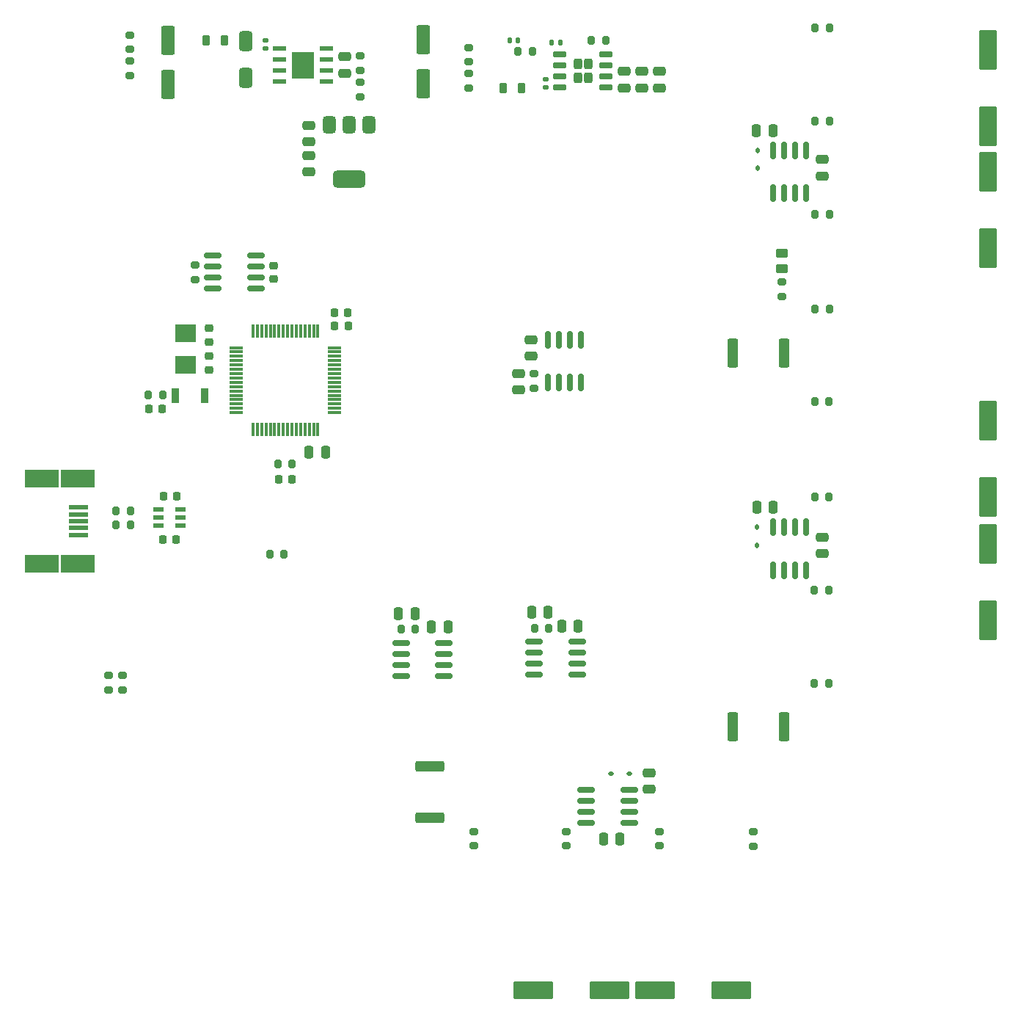
<source format=gbr>
%TF.GenerationSoftware,KiCad,Pcbnew,8.0.9-8.0.9-0~ubuntu24.04.1*%
%TF.CreationDate,2025-06-09T21:45:26+03:00*%
%TF.ProjectId,BLDC Motor Driver,424c4443-204d-46f7-946f-722044726976,rev?*%
%TF.SameCoordinates,Original*%
%TF.FileFunction,Paste,Top*%
%TF.FilePolarity,Positive*%
%FSLAX46Y46*%
G04 Gerber Fmt 4.6, Leading zero omitted, Abs format (unit mm)*
G04 Created by KiCad (PCBNEW 8.0.9-8.0.9-0~ubuntu24.04.1) date 2025-06-09 21:45:26*
%MOMM*%
%LPD*%
G01*
G04 APERTURE LIST*
G04 Aperture macros list*
%AMRoundRect*
0 Rectangle with rounded corners*
0 $1 Rounding radius*
0 $2 $3 $4 $5 $6 $7 $8 $9 X,Y pos of 4 corners*
0 Add a 4 corners polygon primitive as box body*
4,1,4,$2,$3,$4,$5,$6,$7,$8,$9,$2,$3,0*
0 Add four circle primitives for the rounded corners*
1,1,$1+$1,$2,$3*
1,1,$1+$1,$4,$5*
1,1,$1+$1,$6,$7*
1,1,$1+$1,$8,$9*
0 Add four rect primitives between the rounded corners*
20,1,$1+$1,$2,$3,$4,$5,0*
20,1,$1+$1,$4,$5,$6,$7,0*
20,1,$1+$1,$6,$7,$8,$9,0*
20,1,$1+$1,$8,$9,$2,$3,0*%
G04 Aperture macros list end*
%ADD10RoundRect,0.250000X-0.550000X1.412500X-0.550000X-1.412500X0.550000X-1.412500X0.550000X1.412500X0*%
%ADD11RoundRect,0.200000X-0.275000X0.200000X-0.275000X-0.200000X0.275000X-0.200000X0.275000X0.200000X0*%
%ADD12RoundRect,0.200000X-0.200000X-0.275000X0.200000X-0.275000X0.200000X0.275000X-0.200000X0.275000X0*%
%ADD13RoundRect,0.250001X2.049999X0.799999X-2.049999X0.799999X-2.049999X-0.799999X2.049999X-0.799999X0*%
%ADD14RoundRect,0.073750X-0.531250X-0.221250X0.531250X-0.221250X0.531250X0.221250X-0.531250X0.221250X0*%
%ADD15RoundRect,0.250001X-0.799999X2.049999X-0.799999X-2.049999X0.799999X-2.049999X0.799999X2.049999X0*%
%ADD16RoundRect,0.150000X-0.150000X0.825000X-0.150000X-0.825000X0.150000X-0.825000X0.150000X0.825000X0*%
%ADD17RoundRect,0.200000X0.275000X-0.200000X0.275000X0.200000X-0.275000X0.200000X-0.275000X-0.200000X0*%
%ADD18RoundRect,0.250000X0.250000X0.475000X-0.250000X0.475000X-0.250000X-0.475000X0.250000X-0.475000X0*%
%ADD19RoundRect,0.242500X0.242500X0.382500X-0.242500X0.382500X-0.242500X-0.382500X0.242500X-0.382500X0*%
%ADD20RoundRect,0.150000X0.650000X0.150000X-0.650000X0.150000X-0.650000X-0.150000X0.650000X-0.150000X0*%
%ADD21RoundRect,0.140000X0.170000X-0.140000X0.170000X0.140000X-0.170000X0.140000X-0.170000X-0.140000X0*%
%ADD22RoundRect,0.375000X-0.375000X0.625000X-0.375000X-0.625000X0.375000X-0.625000X0.375000X0.625000X0*%
%ADD23RoundRect,0.500000X-1.400000X0.500000X-1.400000X-0.500000X1.400000X-0.500000X1.400000X0.500000X0*%
%ADD24RoundRect,0.250000X0.475000X-0.250000X0.475000X0.250000X-0.475000X0.250000X-0.475000X-0.250000X0*%
%ADD25RoundRect,0.250000X-0.250000X-0.475000X0.250000X-0.475000X0.250000X0.475000X-0.250000X0.475000X0*%
%ADD26RoundRect,0.200000X0.200000X0.275000X-0.200000X0.275000X-0.200000X-0.275000X0.200000X-0.275000X0*%
%ADD27RoundRect,0.225000X-0.225000X-0.250000X0.225000X-0.250000X0.225000X0.250000X-0.225000X0.250000X0*%
%ADD28RoundRect,0.225000X-0.250000X0.225000X-0.250000X-0.225000X0.250000X-0.225000X0.250000X0.225000X0*%
%ADD29RoundRect,0.150000X0.150000X-0.825000X0.150000X0.825000X-0.150000X0.825000X-0.150000X-0.825000X0*%
%ADD30R,0.900000X1.700000*%
%ADD31RoundRect,0.250000X-0.475000X0.250000X-0.475000X-0.250000X0.475000X-0.250000X0.475000X0.250000X0*%
%ADD32RoundRect,0.150000X0.825000X0.150000X-0.825000X0.150000X-0.825000X-0.150000X0.825000X-0.150000X0*%
%ADD33RoundRect,0.250000X-0.450000X0.262500X-0.450000X-0.262500X0.450000X-0.262500X0.450000X0.262500X0*%
%ADD34RoundRect,0.140000X0.140000X0.170000X-0.140000X0.170000X-0.140000X-0.170000X0.140000X-0.170000X0*%
%ADD35RoundRect,0.250000X1.425000X-0.362500X1.425000X0.362500X-1.425000X0.362500X-1.425000X-0.362500X0*%
%ADD36R,2.400000X2.000000*%
%ADD37RoundRect,0.112500X0.187500X0.112500X-0.187500X0.112500X-0.187500X-0.112500X0.187500X-0.112500X0*%
%ADD38RoundRect,0.150000X-0.825000X-0.150000X0.825000X-0.150000X0.825000X0.150000X-0.825000X0.150000X0*%
%ADD39RoundRect,0.112500X-0.112500X0.187500X-0.112500X-0.187500X0.112500X-0.187500X0.112500X0.187500X0*%
%ADD40RoundRect,0.250000X0.362500X1.425000X-0.362500X1.425000X-0.362500X-1.425000X0.362500X-1.425000X0*%
%ADD41R,2.260600X0.508000*%
%ADD42R,3.987800X2.057400*%
%ADD43RoundRect,0.218750X0.218750X0.381250X-0.218750X0.381250X-0.218750X-0.381250X0.218750X-0.381250X0*%
%ADD44RoundRect,0.225000X0.225000X0.250000X-0.225000X0.250000X-0.225000X-0.250000X0.225000X-0.250000X0*%
%ADD45RoundRect,0.075000X-0.700000X-0.075000X0.700000X-0.075000X0.700000X0.075000X-0.700000X0.075000X0*%
%ADD46RoundRect,0.075000X-0.075000X-0.700000X0.075000X-0.700000X0.075000X0.700000X-0.075000X0.700000X0*%
%ADD47RoundRect,0.225000X0.250000X-0.225000X0.250000X0.225000X-0.250000X0.225000X-0.250000X-0.225000X0*%
%ADD48RoundRect,0.387500X-0.387500X0.777500X-0.387500X-0.777500X0.387500X-0.777500X0.387500X0.777500X0*%
%ADD49RoundRect,0.218750X0.218750X0.256250X-0.218750X0.256250X-0.218750X-0.256250X0.218750X-0.256250X0*%
%ADD50R,1.550000X0.600000*%
%ADD51R,2.600000X3.100000*%
G04 APERTURE END LIST*
D10*
%TO.C,C33*%
X121990489Y-44650537D03*
X121990489Y-49725537D03*
%TD*%
D11*
%TO.C,R23*%
X167955489Y-135880536D03*
X167955489Y-137530536D03*
%TD*%
D12*
%TO.C,R18*%
X196600000Y-97250000D03*
X198250000Y-97250000D03*
%TD*%
D11*
%TO.C,R32*%
X117577989Y-47013037D03*
X117577989Y-48663037D03*
%TD*%
D13*
%TO.C,C27*%
X172900000Y-154200000D03*
X164100000Y-154200000D03*
%TD*%
D14*
%TO.C,U1*%
X120897500Y-98700000D03*
X120897500Y-99650000D03*
X120897500Y-100600000D03*
X123407500Y-100600000D03*
X123407500Y-99650000D03*
X123407500Y-98700000D03*
%TD*%
D15*
%TO.C,C22*%
X216600000Y-102700000D03*
X216600000Y-111500000D03*
%TD*%
D16*
%TO.C,U5*%
X169605489Y-79125536D03*
X168335489Y-79125536D03*
X167065489Y-79125536D03*
X165795489Y-79125536D03*
X165795489Y-84075536D03*
X167065489Y-84075536D03*
X168335489Y-84075536D03*
X169605489Y-84075536D03*
%TD*%
D17*
%TO.C,R14*%
X164200489Y-84700536D03*
X164200489Y-83050536D03*
%TD*%
D18*
%TO.C,C19*%
X191817500Y-98452451D03*
X189917500Y-98452451D03*
%TD*%
D19*
%TO.C,U11*%
X170452989Y-48908037D03*
X170452989Y-47358037D03*
X169252989Y-48908037D03*
X169252989Y-47358037D03*
D20*
X172502989Y-50038037D03*
X172502989Y-48768037D03*
X172502989Y-47498037D03*
X172502989Y-46228037D03*
X167202989Y-46228037D03*
X167202989Y-47498037D03*
X167202989Y-48768037D03*
X167202989Y-50038037D03*
%TD*%
D21*
%TO.C,C32*%
X133240489Y-45568037D03*
X133240489Y-44608037D03*
%TD*%
D22*
%TO.C,U12*%
X145150000Y-54350000D03*
X142850000Y-54350000D03*
D23*
X142850000Y-60650000D03*
D22*
X140550000Y-54350000D03*
%TD*%
D17*
%TO.C,R6*%
X125130000Y-72185000D03*
X125130000Y-70535000D03*
%TD*%
D12*
%TO.C,R19*%
X196575000Y-118800000D03*
X198225000Y-118800000D03*
%TD*%
%TO.C,R5*%
X134650000Y-93500000D03*
X136300000Y-93500000D03*
%TD*%
D24*
%TO.C,C12*%
X162400489Y-84925536D03*
X162400489Y-83025536D03*
%TD*%
D11*
%TO.C,R22*%
X189505489Y-135905536D03*
X189505489Y-137555536D03*
%TD*%
D25*
%TO.C,C6*%
X138250000Y-92100000D03*
X140150000Y-92100000D03*
%TD*%
D24*
%TO.C,C23*%
X177480489Y-131010536D03*
X177480489Y-129110536D03*
%TD*%
D12*
%TO.C,R26*%
X148852989Y-112493037D03*
X150502989Y-112493037D03*
%TD*%
D26*
%TO.C,R3*%
X121350000Y-85500000D03*
X119700000Y-85500000D03*
%TD*%
D11*
%TO.C,R29*%
X144140489Y-49463037D03*
X144140489Y-51113037D03*
%TD*%
D12*
%TO.C,R12*%
X196650000Y-53900000D03*
X198300000Y-53900000D03*
%TD*%
D10*
%TO.C,C38*%
X151402989Y-44495537D03*
X151402989Y-49570537D03*
%TD*%
D27*
%TO.C,C5*%
X119750000Y-87100000D03*
X121300000Y-87100000D03*
%TD*%
D28*
%TO.C,C3*%
X126700000Y-77825000D03*
X126700000Y-79375000D03*
%TD*%
D29*
%TO.C,U6*%
X191812500Y-105702451D03*
X193082500Y-105702451D03*
X194352500Y-105702451D03*
X195622500Y-105702451D03*
X195622500Y-100752451D03*
X194352500Y-100752451D03*
X193082500Y-100752451D03*
X191812500Y-100752451D03*
%TD*%
D24*
%TO.C,C39*%
X138200000Y-59800000D03*
X138200000Y-57900000D03*
%TD*%
D25*
%TO.C,C18*%
X163925000Y-110595000D03*
X165825000Y-110595000D03*
%TD*%
D11*
%TO.C,R24*%
X178655489Y-135855536D03*
X178655489Y-137505536D03*
%TD*%
D30*
%TO.C,SW1*%
X126200000Y-85600000D03*
X122800000Y-85600000D03*
%TD*%
D27*
%TO.C,C7*%
X141175000Y-76025000D03*
X142725000Y-76025000D03*
%TD*%
D31*
%TO.C,C31*%
X174602989Y-48183037D03*
X174602989Y-50083037D03*
%TD*%
D11*
%TO.C,R31*%
X117590489Y-43988037D03*
X117590489Y-45638037D03*
%TD*%
D32*
%TO.C,U9*%
X153827989Y-117913037D03*
X153827989Y-116643037D03*
X153827989Y-115373037D03*
X153827989Y-114103037D03*
X148877989Y-114103037D03*
X148877989Y-115373037D03*
X148877989Y-116643037D03*
X148877989Y-117913037D03*
%TD*%
D31*
%TO.C,C28*%
X142340489Y-46488037D03*
X142340489Y-48388037D03*
%TD*%
D26*
%TO.C,R33*%
X164027989Y-45883037D03*
X162377989Y-45883037D03*
%TD*%
D33*
%TO.C,10k1*%
X192794511Y-69144464D03*
X192794511Y-70969464D03*
%TD*%
D12*
%TO.C,R20*%
X164275000Y-112395000D03*
X165925000Y-112395000D03*
%TD*%
D34*
%TO.C,C36*%
X162382989Y-44583037D03*
X161422989Y-44583037D03*
%TD*%
D18*
%TO.C,C21*%
X174127989Y-136710536D03*
X172227989Y-136710536D03*
%TD*%
D35*
%TO.C,R27*%
X152227989Y-134263037D03*
X152227989Y-128338037D03*
%TD*%
D36*
%TO.C,Y1*%
X123972011Y-82066963D03*
X123972011Y-78366963D03*
%TD*%
D12*
%TO.C,R2*%
X115975000Y-100450000D03*
X117625000Y-100450000D03*
%TD*%
D37*
%TO.C,D4*%
X175180489Y-129210536D03*
X173080489Y-129210536D03*
%TD*%
D38*
%TO.C,U8*%
X170250489Y-131020536D03*
X170250489Y-132290536D03*
X170250489Y-133560536D03*
X170250489Y-134830536D03*
X175200489Y-134830536D03*
X175200489Y-133560536D03*
X175200489Y-132290536D03*
X175200489Y-131020536D03*
%TD*%
D31*
%TO.C,C10*%
X197526250Y-58357501D03*
X197526250Y-60257501D03*
%TD*%
D39*
%TO.C,D3*%
X189967500Y-100752451D03*
X189967500Y-102852451D03*
%TD*%
D26*
%TO.C,R30*%
X172477989Y-44633037D03*
X170827989Y-44633037D03*
%TD*%
D11*
%TO.C,R28*%
X144140489Y-46413037D03*
X144140489Y-48063037D03*
%TD*%
D17*
%TO.C,R34*%
X156702989Y-50108037D03*
X156702989Y-48458037D03*
%TD*%
D31*
%TO.C,C30*%
X176652989Y-48183037D03*
X176652989Y-50083037D03*
%TD*%
D40*
%TO.C,R21*%
X193062500Y-123800000D03*
X187137500Y-123800000D03*
%TD*%
D12*
%TO.C,R10*%
X196675000Y-43200000D03*
X198325000Y-43200000D03*
%TD*%
D18*
%TO.C,C13*%
X191796250Y-55000000D03*
X189896250Y-55000000D03*
%TD*%
D32*
%TO.C,U3*%
X132105000Y-73270000D03*
X132105000Y-72000000D03*
X132105000Y-70730000D03*
X132105000Y-69460000D03*
X127155000Y-69460000D03*
X127155000Y-70730000D03*
X127155000Y-72000000D03*
X127155000Y-73270000D03*
%TD*%
D26*
%TO.C,R4*%
X135355000Y-103856249D03*
X133705000Y-103856249D03*
%TD*%
D11*
%TO.C,R9*%
X116700000Y-117875000D03*
X116700000Y-119525000D03*
%TD*%
D17*
%TO.C,R7*%
X192844511Y-74119464D03*
X192844511Y-72469464D03*
%TD*%
D29*
%TO.C,U4*%
X191836250Y-62250000D03*
X193106250Y-62250000D03*
X194376250Y-62250000D03*
X195646250Y-62250000D03*
X195646250Y-57300000D03*
X194376250Y-57300000D03*
X193106250Y-57300000D03*
X191836250Y-57300000D03*
%TD*%
D12*
%TO.C,R11*%
X196675000Y-64700000D03*
X198325000Y-64700000D03*
%TD*%
D25*
%TO.C,C24*%
X152377989Y-112243037D03*
X154277989Y-112243037D03*
%TD*%
D15*
%TO.C,C15*%
X216600000Y-59800000D03*
X216600000Y-68600000D03*
%TD*%
D31*
%TO.C,C29*%
X178702989Y-48183037D03*
X178702989Y-50083037D03*
%TD*%
D41*
%TO.C,J1*%
X111600000Y-98469650D03*
X111600000Y-99269650D03*
X111600000Y-100069650D03*
X111600000Y-100869650D03*
X111600000Y-101669650D03*
D42*
X111575000Y-95144650D03*
X111575000Y-104994650D03*
X107375000Y-95144650D03*
X107375000Y-104994650D03*
%TD*%
D34*
%TO.C,C35*%
X167232989Y-44883037D03*
X166272989Y-44883037D03*
%TD*%
D43*
%TO.C,L1*%
X128452989Y-44638037D03*
X126327989Y-44638037D03*
%TD*%
D15*
%TO.C,C20*%
X216600000Y-88500000D03*
X216600000Y-97300000D03*
%TD*%
D40*
%TO.C,R15*%
X193062500Y-80650000D03*
X187137500Y-80650000D03*
%TD*%
D44*
%TO.C,C1*%
X122877500Y-102200000D03*
X121327500Y-102200000D03*
%TD*%
D11*
%TO.C,R25*%
X157255489Y-135855536D03*
X157255489Y-137505536D03*
%TD*%
D44*
%TO.C,C2*%
X122977500Y-97150000D03*
X121427500Y-97150000D03*
%TD*%
D12*
%TO.C,R13*%
X196650000Y-75600000D03*
X198300000Y-75600000D03*
%TD*%
D25*
%TO.C,C25*%
X148577989Y-110693037D03*
X150477989Y-110693037D03*
%TD*%
D39*
%TO.C,D2*%
X190026250Y-57275000D03*
X190026250Y-59375000D03*
%TD*%
D12*
%TO.C,R17*%
X196575000Y-108000000D03*
X198225000Y-108000000D03*
%TD*%
D21*
%TO.C,C34*%
X165602989Y-50063037D03*
X165602989Y-49103037D03*
%TD*%
D26*
%TO.C,R1*%
X117625000Y-98900000D03*
X115975000Y-98900000D03*
%TD*%
D45*
%TO.C,U2*%
X129850000Y-80050000D03*
X129850000Y-80550000D03*
X129850000Y-81050000D03*
X129850000Y-81550000D03*
X129850000Y-82050000D03*
X129850000Y-82550000D03*
X129850000Y-83050000D03*
X129850000Y-83550000D03*
X129850000Y-84050000D03*
X129850000Y-84550000D03*
X129850000Y-85050000D03*
X129850000Y-85550000D03*
X129850000Y-86050000D03*
X129850000Y-86550000D03*
X129850000Y-87050000D03*
X129850000Y-87550000D03*
D46*
X131775000Y-89475000D03*
X132275000Y-89475000D03*
X132775000Y-89475000D03*
X133275000Y-89475000D03*
X133775000Y-89475000D03*
X134275000Y-89475000D03*
X134775000Y-89475000D03*
X135275000Y-89475000D03*
X135775000Y-89475000D03*
X136275000Y-89475000D03*
X136775000Y-89475000D03*
X137275000Y-89475000D03*
X137775000Y-89475000D03*
X138275000Y-89475000D03*
X138775000Y-89475000D03*
X139275000Y-89475000D03*
D45*
X141200000Y-87550000D03*
X141200000Y-87050000D03*
X141200000Y-86550000D03*
X141200000Y-86050000D03*
X141200000Y-85550000D03*
X141200000Y-85050000D03*
X141200000Y-84550000D03*
X141200000Y-84050000D03*
X141200000Y-83550000D03*
X141200000Y-83050000D03*
X141200000Y-82550000D03*
X141200000Y-82050000D03*
X141200000Y-81550000D03*
X141200000Y-81050000D03*
X141200000Y-80550000D03*
X141200000Y-80050000D03*
D46*
X139275000Y-78125000D03*
X138775000Y-78125000D03*
X138275000Y-78125000D03*
X137775000Y-78125000D03*
X137275000Y-78125000D03*
X136775000Y-78125000D03*
X136275000Y-78125000D03*
X135775000Y-78125000D03*
X135275000Y-78125000D03*
X134775000Y-78125000D03*
X134275000Y-78125000D03*
X133775000Y-78125000D03*
X133275000Y-78125000D03*
X132775000Y-78125000D03*
X132275000Y-78125000D03*
X131775000Y-78125000D03*
%TD*%
D25*
%TO.C,C17*%
X167425000Y-112145000D03*
X169325000Y-112145000D03*
%TD*%
D13*
%TO.C,C26*%
X187000000Y-154200000D03*
X178200000Y-154200000D03*
%TD*%
D15*
%TO.C,C14*%
X216600000Y-45700000D03*
X216600000Y-54500000D03*
%TD*%
D24*
%TO.C,C11*%
X163895489Y-81025536D03*
X163895489Y-79125536D03*
%TD*%
D28*
%TO.C,C9*%
X134130000Y-70585000D03*
X134130000Y-72135000D03*
%TD*%
D47*
%TO.C,C4*%
X126700000Y-82600000D03*
X126700000Y-81050000D03*
%TD*%
D48*
%TO.C,D5*%
X130940489Y-48923037D03*
X130940489Y-44653037D03*
%TD*%
D17*
%TO.C,R35*%
X156702989Y-47083037D03*
X156702989Y-45433037D03*
%TD*%
D32*
%TO.C,U7*%
X169200000Y-117800000D03*
X169200000Y-116530000D03*
X169200000Y-115260000D03*
X169200000Y-113990000D03*
X164250000Y-113990000D03*
X164250000Y-115260000D03*
X164250000Y-116530000D03*
X164250000Y-117800000D03*
%TD*%
D31*
%TO.C,C37*%
X138200000Y-54400000D03*
X138200000Y-56300000D03*
%TD*%
D11*
%TO.C,R8*%
X115100000Y-117875000D03*
X115100000Y-119525000D03*
%TD*%
D12*
%TO.C,R16*%
X196625000Y-86300000D03*
X198275000Y-86300000D03*
%TD*%
D27*
%TO.C,C8*%
X141200000Y-77575000D03*
X142750000Y-77575000D03*
%TD*%
D49*
%TO.C,D1*%
X136287500Y-95200000D03*
X134712500Y-95200000D03*
%TD*%
D50*
%TO.C,U10*%
X134840489Y-45578037D03*
X134840489Y-46848037D03*
X134840489Y-48118037D03*
X134840489Y-49388037D03*
X140240489Y-49388037D03*
X140240489Y-48118037D03*
X140240489Y-46848037D03*
X140240489Y-45578037D03*
D51*
X137540489Y-47483037D03*
%TD*%
D43*
%TO.C,L2*%
X162762500Y-50083037D03*
X160637500Y-50083037D03*
%TD*%
D31*
%TO.C,C16*%
X197467500Y-101915002D03*
X197467500Y-103815002D03*
%TD*%
M02*

</source>
